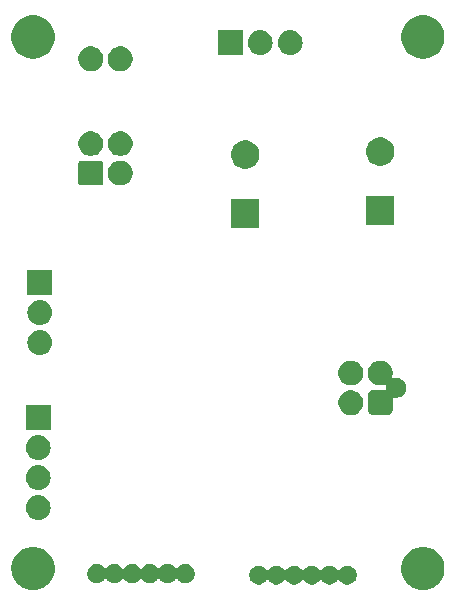
<source format=gbr>
G04 #@! TF.GenerationSoftware,KiCad,Pcbnew,(5.0.2)-1*
G04 #@! TF.CreationDate,2019-06-25T12:01:11-07:00*
G04 #@! TF.ProjectId,powerControl,706f7765-7243-46f6-9e74-726f6c2e6b69,rev?*
G04 #@! TF.SameCoordinates,Original*
G04 #@! TF.FileFunction,Soldermask,Bot*
G04 #@! TF.FilePolarity,Negative*
%FSLAX46Y46*%
G04 Gerber Fmt 4.6, Leading zero omitted, Abs format (unit mm)*
G04 Created by KiCad (PCBNEW (5.0.2)-1) date 6/25/2019 12:01:11 PM*
%MOMM*%
%LPD*%
G01*
G04 APERTURE LIST*
%ADD10C,0.100000*%
G04 APERTURE END LIST*
D10*
G36*
X108268327Y-81187521D02*
X108533791Y-81240325D01*
X108866830Y-81378275D01*
X109166557Y-81578546D01*
X109421454Y-81833443D01*
X109621725Y-82133170D01*
X109759675Y-82466209D01*
X109800160Y-82669743D01*
X109830000Y-82819759D01*
X109830000Y-83180241D01*
X109824946Y-83205648D01*
X109759675Y-83533791D01*
X109621725Y-83866830D01*
X109421454Y-84166557D01*
X109166557Y-84421454D01*
X108866830Y-84621725D01*
X108533791Y-84759675D01*
X108268327Y-84812479D01*
X108180241Y-84830000D01*
X107819759Y-84830000D01*
X107731673Y-84812479D01*
X107466209Y-84759675D01*
X107133170Y-84621725D01*
X106833443Y-84421454D01*
X106578546Y-84166557D01*
X106378275Y-83866830D01*
X106240325Y-83533791D01*
X106175054Y-83205648D01*
X106170000Y-83180241D01*
X106170000Y-82819759D01*
X106199840Y-82669743D01*
X106240325Y-82466209D01*
X106378275Y-82133170D01*
X106578546Y-81833443D01*
X106833443Y-81578546D01*
X107133170Y-81378275D01*
X107466209Y-81240325D01*
X107731673Y-81187521D01*
X107819759Y-81170000D01*
X108180241Y-81170000D01*
X108268327Y-81187521D01*
X108268327Y-81187521D01*
G37*
G36*
X75268327Y-81187521D02*
X75533791Y-81240325D01*
X75866830Y-81378275D01*
X76166557Y-81578546D01*
X76421454Y-81833443D01*
X76621725Y-82133170D01*
X76759675Y-82466209D01*
X76800160Y-82669743D01*
X76830000Y-82819759D01*
X76830000Y-83180241D01*
X76824946Y-83205648D01*
X76759675Y-83533791D01*
X76621725Y-83866830D01*
X76421454Y-84166557D01*
X76166557Y-84421454D01*
X75866830Y-84621725D01*
X75533791Y-84759675D01*
X75268327Y-84812479D01*
X75180241Y-84830000D01*
X74819759Y-84830000D01*
X74731673Y-84812479D01*
X74466209Y-84759675D01*
X74133170Y-84621725D01*
X73833443Y-84421454D01*
X73578546Y-84166557D01*
X73378275Y-83866830D01*
X73240325Y-83533791D01*
X73175054Y-83205648D01*
X73170000Y-83180241D01*
X73170000Y-82819759D01*
X73199840Y-82669743D01*
X73240325Y-82466209D01*
X73378275Y-82133170D01*
X73578546Y-81833443D01*
X73833443Y-81578546D01*
X74133170Y-81378275D01*
X74466209Y-81240325D01*
X74731673Y-81187521D01*
X74819759Y-81170000D01*
X75180241Y-81170000D01*
X75268327Y-81187521D01*
X75268327Y-81187521D01*
G37*
G36*
X94333352Y-82796743D02*
X94478941Y-82857048D01*
X94609973Y-82944601D01*
X94721401Y-83056029D01*
X94746067Y-83092944D01*
X94761612Y-83111886D01*
X94780554Y-83127431D01*
X94802165Y-83138982D01*
X94825614Y-83146095D01*
X94850001Y-83148497D01*
X94874387Y-83146095D01*
X94897836Y-83138982D01*
X94919447Y-83127430D01*
X94938389Y-83111885D01*
X94953933Y-83092944D01*
X94978599Y-83056029D01*
X95090027Y-82944601D01*
X95221059Y-82857048D01*
X95366648Y-82796743D01*
X95521205Y-82766000D01*
X95678795Y-82766000D01*
X95833352Y-82796743D01*
X95978941Y-82857048D01*
X96109973Y-82944601D01*
X96221401Y-83056029D01*
X96246067Y-83092944D01*
X96261612Y-83111886D01*
X96280554Y-83127431D01*
X96302165Y-83138982D01*
X96325614Y-83146095D01*
X96350001Y-83148497D01*
X96374387Y-83146095D01*
X96397836Y-83138982D01*
X96419447Y-83127430D01*
X96438389Y-83111885D01*
X96453933Y-83092944D01*
X96478599Y-83056029D01*
X96590027Y-82944601D01*
X96721059Y-82857048D01*
X96866648Y-82796743D01*
X97021205Y-82766000D01*
X97178795Y-82766000D01*
X97333352Y-82796743D01*
X97478941Y-82857048D01*
X97609973Y-82944601D01*
X97721401Y-83056029D01*
X97746067Y-83092944D01*
X97761612Y-83111886D01*
X97780554Y-83127431D01*
X97802165Y-83138982D01*
X97825614Y-83146095D01*
X97850001Y-83148497D01*
X97874387Y-83146095D01*
X97897836Y-83138982D01*
X97919447Y-83127430D01*
X97938389Y-83111885D01*
X97953933Y-83092944D01*
X97978599Y-83056029D01*
X98090027Y-82944601D01*
X98221059Y-82857048D01*
X98366648Y-82796743D01*
X98521205Y-82766000D01*
X98678795Y-82766000D01*
X98833352Y-82796743D01*
X98978941Y-82857048D01*
X99109973Y-82944601D01*
X99221401Y-83056029D01*
X99246067Y-83092944D01*
X99261612Y-83111886D01*
X99280554Y-83127431D01*
X99302165Y-83138982D01*
X99325614Y-83146095D01*
X99350001Y-83148497D01*
X99374387Y-83146095D01*
X99397836Y-83138982D01*
X99419447Y-83127430D01*
X99438389Y-83111885D01*
X99453933Y-83092944D01*
X99478599Y-83056029D01*
X99590027Y-82944601D01*
X99721059Y-82857048D01*
X99866648Y-82796743D01*
X100021205Y-82766000D01*
X100178795Y-82766000D01*
X100333352Y-82796743D01*
X100478941Y-82857048D01*
X100609973Y-82944601D01*
X100721401Y-83056029D01*
X100746067Y-83092944D01*
X100761612Y-83111886D01*
X100780554Y-83127431D01*
X100802165Y-83138982D01*
X100825614Y-83146095D01*
X100850001Y-83148497D01*
X100874387Y-83146095D01*
X100897836Y-83138982D01*
X100919447Y-83127430D01*
X100938389Y-83111885D01*
X100953933Y-83092944D01*
X100978599Y-83056029D01*
X101090027Y-82944601D01*
X101221059Y-82857048D01*
X101366648Y-82796743D01*
X101521205Y-82766000D01*
X101678795Y-82766000D01*
X101833352Y-82796743D01*
X101978941Y-82857048D01*
X102109973Y-82944601D01*
X102221399Y-83056027D01*
X102308952Y-83187059D01*
X102369257Y-83332648D01*
X102400000Y-83487205D01*
X102400000Y-83644795D01*
X102369257Y-83799352D01*
X102308952Y-83944941D01*
X102221399Y-84075973D01*
X102109973Y-84187399D01*
X101978941Y-84274952D01*
X101833352Y-84335257D01*
X101678795Y-84366000D01*
X101521205Y-84366000D01*
X101366648Y-84335257D01*
X101221059Y-84274952D01*
X101090027Y-84187399D01*
X100978599Y-84075971D01*
X100953933Y-84039056D01*
X100938388Y-84020114D01*
X100919446Y-84004569D01*
X100897835Y-83993018D01*
X100874386Y-83985905D01*
X100849999Y-83983503D01*
X100825613Y-83985905D01*
X100802164Y-83993018D01*
X100780553Y-84004570D01*
X100761611Y-84020115D01*
X100746067Y-84039056D01*
X100721401Y-84075971D01*
X100609973Y-84187399D01*
X100478941Y-84274952D01*
X100333352Y-84335257D01*
X100178795Y-84366000D01*
X100021205Y-84366000D01*
X99866648Y-84335257D01*
X99721059Y-84274952D01*
X99590027Y-84187399D01*
X99478599Y-84075971D01*
X99453933Y-84039056D01*
X99438388Y-84020114D01*
X99419446Y-84004569D01*
X99397835Y-83993018D01*
X99374386Y-83985905D01*
X99349999Y-83983503D01*
X99325613Y-83985905D01*
X99302164Y-83993018D01*
X99280553Y-84004570D01*
X99261611Y-84020115D01*
X99246067Y-84039056D01*
X99221401Y-84075971D01*
X99109973Y-84187399D01*
X98978941Y-84274952D01*
X98833352Y-84335257D01*
X98678795Y-84366000D01*
X98521205Y-84366000D01*
X98366648Y-84335257D01*
X98221059Y-84274952D01*
X98090027Y-84187399D01*
X97978599Y-84075971D01*
X97953933Y-84039056D01*
X97938388Y-84020114D01*
X97919446Y-84004569D01*
X97897835Y-83993018D01*
X97874386Y-83985905D01*
X97849999Y-83983503D01*
X97825613Y-83985905D01*
X97802164Y-83993018D01*
X97780553Y-84004570D01*
X97761611Y-84020115D01*
X97746067Y-84039056D01*
X97721401Y-84075971D01*
X97609973Y-84187399D01*
X97478941Y-84274952D01*
X97333352Y-84335257D01*
X97178795Y-84366000D01*
X97021205Y-84366000D01*
X96866648Y-84335257D01*
X96721059Y-84274952D01*
X96590027Y-84187399D01*
X96478599Y-84075971D01*
X96453933Y-84039056D01*
X96438388Y-84020114D01*
X96419446Y-84004569D01*
X96397835Y-83993018D01*
X96374386Y-83985905D01*
X96349999Y-83983503D01*
X96325613Y-83985905D01*
X96302164Y-83993018D01*
X96280553Y-84004570D01*
X96261611Y-84020115D01*
X96246067Y-84039056D01*
X96221401Y-84075971D01*
X96109973Y-84187399D01*
X95978941Y-84274952D01*
X95833352Y-84335257D01*
X95678795Y-84366000D01*
X95521205Y-84366000D01*
X95366648Y-84335257D01*
X95221059Y-84274952D01*
X95090027Y-84187399D01*
X94978599Y-84075971D01*
X94953933Y-84039056D01*
X94938388Y-84020114D01*
X94919446Y-84004569D01*
X94897835Y-83993018D01*
X94874386Y-83985905D01*
X94849999Y-83983503D01*
X94825613Y-83985905D01*
X94802164Y-83993018D01*
X94780553Y-84004570D01*
X94761611Y-84020115D01*
X94746067Y-84039056D01*
X94721401Y-84075971D01*
X94609973Y-84187399D01*
X94478941Y-84274952D01*
X94333352Y-84335257D01*
X94178795Y-84366000D01*
X94021205Y-84366000D01*
X93866648Y-84335257D01*
X93721059Y-84274952D01*
X93590027Y-84187399D01*
X93478601Y-84075973D01*
X93391048Y-83944941D01*
X93330743Y-83799352D01*
X93300000Y-83644795D01*
X93300000Y-83487205D01*
X93330743Y-83332648D01*
X93391048Y-83187059D01*
X93478601Y-83056027D01*
X93590027Y-82944601D01*
X93721059Y-82857048D01*
X93866648Y-82796743D01*
X94021205Y-82766000D01*
X94178795Y-82766000D01*
X94333352Y-82796743D01*
X94333352Y-82796743D01*
G37*
G36*
X80617352Y-82669743D02*
X80762941Y-82730048D01*
X80893973Y-82817601D01*
X81005401Y-82929029D01*
X81030067Y-82965944D01*
X81045612Y-82984886D01*
X81064554Y-83000431D01*
X81086165Y-83011982D01*
X81109614Y-83019095D01*
X81134001Y-83021497D01*
X81158387Y-83019095D01*
X81181836Y-83011982D01*
X81203447Y-83000430D01*
X81222389Y-82984885D01*
X81237933Y-82965944D01*
X81262599Y-82929029D01*
X81374027Y-82817601D01*
X81505059Y-82730048D01*
X81650648Y-82669743D01*
X81805205Y-82639000D01*
X81962795Y-82639000D01*
X82117352Y-82669743D01*
X82262941Y-82730048D01*
X82393973Y-82817601D01*
X82505401Y-82929029D01*
X82530067Y-82965944D01*
X82545612Y-82984886D01*
X82564554Y-83000431D01*
X82586165Y-83011982D01*
X82609614Y-83019095D01*
X82634001Y-83021497D01*
X82658387Y-83019095D01*
X82681836Y-83011982D01*
X82703447Y-83000430D01*
X82722389Y-82984885D01*
X82737933Y-82965944D01*
X82762599Y-82929029D01*
X82874027Y-82817601D01*
X83005059Y-82730048D01*
X83150648Y-82669743D01*
X83305205Y-82639000D01*
X83462795Y-82639000D01*
X83617352Y-82669743D01*
X83762941Y-82730048D01*
X83893973Y-82817601D01*
X84005401Y-82929029D01*
X84030067Y-82965944D01*
X84045612Y-82984886D01*
X84064554Y-83000431D01*
X84086165Y-83011982D01*
X84109614Y-83019095D01*
X84134001Y-83021497D01*
X84158387Y-83019095D01*
X84181836Y-83011982D01*
X84203447Y-83000430D01*
X84222389Y-82984885D01*
X84237933Y-82965944D01*
X84262599Y-82929029D01*
X84374027Y-82817601D01*
X84505059Y-82730048D01*
X84650648Y-82669743D01*
X84805205Y-82639000D01*
X84962795Y-82639000D01*
X85117352Y-82669743D01*
X85262941Y-82730048D01*
X85393973Y-82817601D01*
X85505401Y-82929029D01*
X85530067Y-82965944D01*
X85545612Y-82984886D01*
X85564554Y-83000431D01*
X85586165Y-83011982D01*
X85609614Y-83019095D01*
X85634001Y-83021497D01*
X85658387Y-83019095D01*
X85681836Y-83011982D01*
X85703447Y-83000430D01*
X85722389Y-82984885D01*
X85737933Y-82965944D01*
X85762599Y-82929029D01*
X85874027Y-82817601D01*
X86005059Y-82730048D01*
X86150648Y-82669743D01*
X86305205Y-82639000D01*
X86462795Y-82639000D01*
X86617352Y-82669743D01*
X86762941Y-82730048D01*
X86893973Y-82817601D01*
X87005401Y-82929029D01*
X87030067Y-82965944D01*
X87045612Y-82984886D01*
X87064554Y-83000431D01*
X87086165Y-83011982D01*
X87109614Y-83019095D01*
X87134001Y-83021497D01*
X87158387Y-83019095D01*
X87181836Y-83011982D01*
X87203447Y-83000430D01*
X87222389Y-82984885D01*
X87237933Y-82965944D01*
X87262599Y-82929029D01*
X87374027Y-82817601D01*
X87505059Y-82730048D01*
X87650648Y-82669743D01*
X87805205Y-82639000D01*
X87962795Y-82639000D01*
X88117352Y-82669743D01*
X88262941Y-82730048D01*
X88393973Y-82817601D01*
X88505399Y-82929027D01*
X88592952Y-83060059D01*
X88653257Y-83205648D01*
X88684000Y-83360205D01*
X88684000Y-83517795D01*
X88653257Y-83672352D01*
X88592952Y-83817941D01*
X88505399Y-83948973D01*
X88393973Y-84060399D01*
X88262941Y-84147952D01*
X88117352Y-84208257D01*
X87962795Y-84239000D01*
X87805205Y-84239000D01*
X87650648Y-84208257D01*
X87505059Y-84147952D01*
X87374027Y-84060399D01*
X87262599Y-83948971D01*
X87237933Y-83912056D01*
X87222388Y-83893114D01*
X87203446Y-83877569D01*
X87181835Y-83866018D01*
X87158386Y-83858905D01*
X87133999Y-83856503D01*
X87109613Y-83858905D01*
X87086164Y-83866018D01*
X87064553Y-83877570D01*
X87045611Y-83893115D01*
X87030067Y-83912056D01*
X87005401Y-83948971D01*
X86893973Y-84060399D01*
X86762941Y-84147952D01*
X86617352Y-84208257D01*
X86462795Y-84239000D01*
X86305205Y-84239000D01*
X86150648Y-84208257D01*
X86005059Y-84147952D01*
X85874027Y-84060399D01*
X85762599Y-83948971D01*
X85737933Y-83912056D01*
X85722388Y-83893114D01*
X85703446Y-83877569D01*
X85681835Y-83866018D01*
X85658386Y-83858905D01*
X85633999Y-83856503D01*
X85609613Y-83858905D01*
X85586164Y-83866018D01*
X85564553Y-83877570D01*
X85545611Y-83893115D01*
X85530067Y-83912056D01*
X85505401Y-83948971D01*
X85393973Y-84060399D01*
X85262941Y-84147952D01*
X85117352Y-84208257D01*
X84962795Y-84239000D01*
X84805205Y-84239000D01*
X84650648Y-84208257D01*
X84505059Y-84147952D01*
X84374027Y-84060399D01*
X84262599Y-83948971D01*
X84237933Y-83912056D01*
X84222388Y-83893114D01*
X84203446Y-83877569D01*
X84181835Y-83866018D01*
X84158386Y-83858905D01*
X84133999Y-83856503D01*
X84109613Y-83858905D01*
X84086164Y-83866018D01*
X84064553Y-83877570D01*
X84045611Y-83893115D01*
X84030067Y-83912056D01*
X84005401Y-83948971D01*
X83893973Y-84060399D01*
X83762941Y-84147952D01*
X83617352Y-84208257D01*
X83462795Y-84239000D01*
X83305205Y-84239000D01*
X83150648Y-84208257D01*
X83005059Y-84147952D01*
X82874027Y-84060399D01*
X82762599Y-83948971D01*
X82737933Y-83912056D01*
X82722388Y-83893114D01*
X82703446Y-83877569D01*
X82681835Y-83866018D01*
X82658386Y-83858905D01*
X82633999Y-83856503D01*
X82609613Y-83858905D01*
X82586164Y-83866018D01*
X82564553Y-83877570D01*
X82545611Y-83893115D01*
X82530067Y-83912056D01*
X82505401Y-83948971D01*
X82393973Y-84060399D01*
X82262941Y-84147952D01*
X82117352Y-84208257D01*
X81962795Y-84239000D01*
X81805205Y-84239000D01*
X81650648Y-84208257D01*
X81505059Y-84147952D01*
X81374027Y-84060399D01*
X81262599Y-83948971D01*
X81237933Y-83912056D01*
X81222388Y-83893114D01*
X81203446Y-83877569D01*
X81181835Y-83866018D01*
X81158386Y-83858905D01*
X81133999Y-83856503D01*
X81109613Y-83858905D01*
X81086164Y-83866018D01*
X81064553Y-83877570D01*
X81045611Y-83893115D01*
X81030067Y-83912056D01*
X81005401Y-83948971D01*
X80893973Y-84060399D01*
X80762941Y-84147952D01*
X80617352Y-84208257D01*
X80462795Y-84239000D01*
X80305205Y-84239000D01*
X80150648Y-84208257D01*
X80005059Y-84147952D01*
X79874027Y-84060399D01*
X79762601Y-83948973D01*
X79675048Y-83817941D01*
X79614743Y-83672352D01*
X79584000Y-83517795D01*
X79584000Y-83360205D01*
X79614743Y-83205648D01*
X79675048Y-83060059D01*
X79762601Y-82929027D01*
X79874027Y-82817601D01*
X80005059Y-82730048D01*
X80150648Y-82669743D01*
X80305205Y-82639000D01*
X80462795Y-82639000D01*
X80617352Y-82669743D01*
X80617352Y-82669743D01*
G37*
G36*
X75566707Y-76808597D02*
X75643836Y-76816193D01*
X75775787Y-76856220D01*
X75841763Y-76876233D01*
X76024172Y-76973733D01*
X76184054Y-77104946D01*
X76315267Y-77264828D01*
X76412767Y-77447237D01*
X76412767Y-77447238D01*
X76472807Y-77645164D01*
X76493080Y-77851000D01*
X76472807Y-78056836D01*
X76432780Y-78188787D01*
X76412767Y-78254763D01*
X76315267Y-78437172D01*
X76184054Y-78597054D01*
X76024172Y-78728267D01*
X75841763Y-78825767D01*
X75775787Y-78845780D01*
X75643836Y-78885807D01*
X75566707Y-78893404D01*
X75489580Y-78901000D01*
X75386420Y-78901000D01*
X75309293Y-78893404D01*
X75232164Y-78885807D01*
X75100213Y-78845780D01*
X75034237Y-78825767D01*
X74851828Y-78728267D01*
X74691946Y-78597054D01*
X74560733Y-78437172D01*
X74463233Y-78254763D01*
X74443220Y-78188787D01*
X74403193Y-78056836D01*
X74382920Y-77851000D01*
X74403193Y-77645164D01*
X74463233Y-77447238D01*
X74463233Y-77447237D01*
X74560733Y-77264828D01*
X74691946Y-77104946D01*
X74851828Y-76973733D01*
X75034237Y-76876233D01*
X75100213Y-76856220D01*
X75232164Y-76816193D01*
X75309293Y-76808597D01*
X75386420Y-76801000D01*
X75489580Y-76801000D01*
X75566707Y-76808597D01*
X75566707Y-76808597D01*
G37*
G36*
X75566707Y-74268597D02*
X75643836Y-74276193D01*
X75775787Y-74316220D01*
X75841763Y-74336233D01*
X76024172Y-74433733D01*
X76184054Y-74564946D01*
X76315267Y-74724828D01*
X76412767Y-74907237D01*
X76412767Y-74907238D01*
X76472807Y-75105164D01*
X76493080Y-75311000D01*
X76472807Y-75516836D01*
X76432780Y-75648787D01*
X76412767Y-75714763D01*
X76315267Y-75897172D01*
X76184054Y-76057054D01*
X76024172Y-76188267D01*
X75841763Y-76285767D01*
X75775787Y-76305780D01*
X75643836Y-76345807D01*
X75566707Y-76353404D01*
X75489580Y-76361000D01*
X75386420Y-76361000D01*
X75309293Y-76353404D01*
X75232164Y-76345807D01*
X75100213Y-76305780D01*
X75034237Y-76285767D01*
X74851828Y-76188267D01*
X74691946Y-76057054D01*
X74560733Y-75897172D01*
X74463233Y-75714763D01*
X74443220Y-75648787D01*
X74403193Y-75516836D01*
X74382920Y-75311000D01*
X74403193Y-75105164D01*
X74463233Y-74907238D01*
X74463233Y-74907237D01*
X74560733Y-74724828D01*
X74691946Y-74564946D01*
X74851828Y-74433733D01*
X75034237Y-74336233D01*
X75100213Y-74316220D01*
X75232164Y-74276193D01*
X75309293Y-74268597D01*
X75386420Y-74261000D01*
X75489580Y-74261000D01*
X75566707Y-74268597D01*
X75566707Y-74268597D01*
G37*
G36*
X75566707Y-71728596D02*
X75643836Y-71736193D01*
X75775787Y-71776220D01*
X75841763Y-71796233D01*
X76024172Y-71893733D01*
X76184054Y-72024946D01*
X76315267Y-72184828D01*
X76412767Y-72367237D01*
X76412767Y-72367238D01*
X76472807Y-72565164D01*
X76493080Y-72771000D01*
X76472807Y-72976836D01*
X76432780Y-73108787D01*
X76412767Y-73174763D01*
X76315267Y-73357172D01*
X76184054Y-73517054D01*
X76024172Y-73648267D01*
X75841763Y-73745767D01*
X75775787Y-73765780D01*
X75643836Y-73805807D01*
X75566707Y-73813404D01*
X75489580Y-73821000D01*
X75386420Y-73821000D01*
X75309293Y-73813404D01*
X75232164Y-73805807D01*
X75100213Y-73765780D01*
X75034237Y-73745767D01*
X74851828Y-73648267D01*
X74691946Y-73517054D01*
X74560733Y-73357172D01*
X74463233Y-73174763D01*
X74443220Y-73108787D01*
X74403193Y-72976836D01*
X74382920Y-72771000D01*
X74403193Y-72565164D01*
X74463233Y-72367238D01*
X74463233Y-72367237D01*
X74560733Y-72184828D01*
X74691946Y-72024946D01*
X74851828Y-71893733D01*
X75034237Y-71796233D01*
X75100213Y-71776220D01*
X75232164Y-71736193D01*
X75309293Y-71728596D01*
X75386420Y-71721000D01*
X75489580Y-71721000D01*
X75566707Y-71728596D01*
X75566707Y-71728596D01*
G37*
G36*
X76488000Y-71281000D02*
X74388000Y-71281000D01*
X74388000Y-69181000D01*
X76488000Y-69181000D01*
X76488000Y-71281000D01*
X76488000Y-71281000D01*
G37*
G36*
X104519888Y-65415470D02*
X104700274Y-65451350D01*
X104891362Y-65530502D01*
X105063336Y-65645411D01*
X105209589Y-65791664D01*
X105324498Y-65963638D01*
X105403650Y-66154726D01*
X105444000Y-66357584D01*
X105444000Y-66564416D01*
X105410573Y-66732469D01*
X105408172Y-66756845D01*
X105410574Y-66781231D01*
X105417687Y-66804680D01*
X105429238Y-66826291D01*
X105444784Y-66845233D01*
X105463726Y-66860779D01*
X105485336Y-66872330D01*
X105508786Y-66879443D01*
X105533172Y-66881845D01*
X105557557Y-66879443D01*
X105650280Y-66861000D01*
X105817719Y-66861000D01*
X105981934Y-66893664D01*
X106136627Y-66957740D01*
X106275847Y-67050764D01*
X106394236Y-67169153D01*
X106487260Y-67308373D01*
X106551336Y-67463066D01*
X106584000Y-67627281D01*
X106584000Y-67794719D01*
X106551336Y-67958934D01*
X106487260Y-68113627D01*
X106394236Y-68252847D01*
X106275847Y-68371236D01*
X106136627Y-68464260D01*
X105981934Y-68528336D01*
X105817719Y-68561000D01*
X105650281Y-68561000D01*
X105586741Y-68548361D01*
X105562355Y-68545959D01*
X105537969Y-68548361D01*
X105514520Y-68555474D01*
X105492909Y-68567025D01*
X105473967Y-68582571D01*
X105458421Y-68601513D01*
X105446870Y-68623124D01*
X105439757Y-68646573D01*
X105437355Y-68670959D01*
X105439757Y-68695344D01*
X105440399Y-68698574D01*
X105444302Y-68738194D01*
X105445573Y-68764062D01*
X105445573Y-69557938D01*
X105444302Y-69583806D01*
X105440399Y-69623426D01*
X105430309Y-69674155D01*
X105419647Y-69709306D01*
X105399845Y-69757111D01*
X105382532Y-69789501D01*
X105353791Y-69832514D01*
X105330490Y-69860907D01*
X105293907Y-69897490D01*
X105265514Y-69920791D01*
X105222501Y-69949532D01*
X105190111Y-69966845D01*
X105142306Y-69986647D01*
X105107155Y-69997309D01*
X105056426Y-70007399D01*
X105016806Y-70011302D01*
X104990938Y-70012573D01*
X103797062Y-70012573D01*
X103771194Y-70011302D01*
X103731574Y-70007399D01*
X103680845Y-69997309D01*
X103645694Y-69986647D01*
X103597889Y-69966845D01*
X103565499Y-69949532D01*
X103522486Y-69920791D01*
X103494093Y-69897490D01*
X103457510Y-69860907D01*
X103434209Y-69832514D01*
X103405468Y-69789501D01*
X103388155Y-69757111D01*
X103368353Y-69709306D01*
X103357691Y-69674155D01*
X103347601Y-69623426D01*
X103343698Y-69583806D01*
X103342427Y-69557938D01*
X103342427Y-68364062D01*
X103343698Y-68338194D01*
X103347601Y-68298574D01*
X103357691Y-68247845D01*
X103368353Y-68212694D01*
X103388155Y-68164889D01*
X103405468Y-68132499D01*
X103434209Y-68089486D01*
X103457510Y-68061093D01*
X103494093Y-68024510D01*
X103522486Y-68001209D01*
X103565499Y-67972468D01*
X103597889Y-67955155D01*
X103645694Y-67935353D01*
X103680845Y-67924691D01*
X103731574Y-67914601D01*
X103771194Y-67910698D01*
X103797062Y-67909427D01*
X104590938Y-67909427D01*
X104616806Y-67910698D01*
X104656426Y-67914601D01*
X104707155Y-67924691D01*
X104723300Y-67929588D01*
X104747334Y-67934368D01*
X104771838Y-67934368D01*
X104795871Y-67929587D01*
X104818510Y-67920210D01*
X104838885Y-67906596D01*
X104856212Y-67889268D01*
X104869826Y-67868894D01*
X104879203Y-67846255D01*
X104883983Y-67822221D01*
X104883237Y-67807029D01*
X104884000Y-67807029D01*
X104884000Y-67627281D01*
X104888827Y-67603014D01*
X104891229Y-67578628D01*
X104888827Y-67554241D01*
X104881714Y-67530792D01*
X104870163Y-67509182D01*
X104854617Y-67490239D01*
X104835675Y-67474694D01*
X104814064Y-67463143D01*
X104790615Y-67456030D01*
X104766229Y-67453628D01*
X104741842Y-67456030D01*
X104718409Y-67463138D01*
X104700274Y-67470650D01*
X104519888Y-67506530D01*
X104497417Y-67511000D01*
X104290583Y-67511000D01*
X104268112Y-67506530D01*
X104087726Y-67470650D01*
X103896638Y-67391498D01*
X103724664Y-67276589D01*
X103578411Y-67130336D01*
X103463502Y-66958362D01*
X103384350Y-66767274D01*
X103344000Y-66564416D01*
X103344000Y-66357584D01*
X103384350Y-66154726D01*
X103463502Y-65963638D01*
X103578411Y-65791664D01*
X103724664Y-65645411D01*
X103896638Y-65530502D01*
X104087726Y-65451350D01*
X104268112Y-65415470D01*
X104290583Y-65411000D01*
X104497417Y-65411000D01*
X104519888Y-65415470D01*
X104519888Y-65415470D01*
G37*
G36*
X102015520Y-67914601D02*
X102200274Y-67951350D01*
X102391362Y-68030502D01*
X102563336Y-68145411D01*
X102709589Y-68291664D01*
X102824498Y-68463638D01*
X102903650Y-68654726D01*
X102944000Y-68857584D01*
X102944000Y-69064416D01*
X102903650Y-69267274D01*
X102824498Y-69458362D01*
X102709589Y-69630336D01*
X102563336Y-69776589D01*
X102391362Y-69891498D01*
X102200274Y-69970650D01*
X102021568Y-70006196D01*
X101997417Y-70011000D01*
X101790583Y-70011000D01*
X101766432Y-70006196D01*
X101587726Y-69970650D01*
X101396638Y-69891498D01*
X101224664Y-69776589D01*
X101078411Y-69630336D01*
X100963502Y-69458362D01*
X100884350Y-69267274D01*
X100844000Y-69064416D01*
X100844000Y-68857584D01*
X100884350Y-68654726D01*
X100963502Y-68463638D01*
X101078411Y-68291664D01*
X101224664Y-68145411D01*
X101396638Y-68030502D01*
X101587726Y-67951350D01*
X101772480Y-67914601D01*
X101790583Y-67911000D01*
X101997417Y-67911000D01*
X102015520Y-67914601D01*
X102015520Y-67914601D01*
G37*
G36*
X102019888Y-65415470D02*
X102200274Y-65451350D01*
X102391362Y-65530502D01*
X102563336Y-65645411D01*
X102709589Y-65791664D01*
X102824498Y-65963638D01*
X102903650Y-66154726D01*
X102944000Y-66357584D01*
X102944000Y-66564416D01*
X102903650Y-66767274D01*
X102824498Y-66958362D01*
X102709589Y-67130336D01*
X102563336Y-67276589D01*
X102391362Y-67391498D01*
X102200274Y-67470650D01*
X102019888Y-67506530D01*
X101997417Y-67511000D01*
X101790583Y-67511000D01*
X101768112Y-67506530D01*
X101587726Y-67470650D01*
X101396638Y-67391498D01*
X101224664Y-67276589D01*
X101078411Y-67130336D01*
X100963502Y-66958362D01*
X100884350Y-66767274D01*
X100844000Y-66564416D01*
X100844000Y-66357584D01*
X100884350Y-66154726D01*
X100963502Y-65963638D01*
X101078411Y-65791664D01*
X101224664Y-65645411D01*
X101396638Y-65530502D01*
X101587726Y-65451350D01*
X101768112Y-65415470D01*
X101790583Y-65411000D01*
X101997417Y-65411000D01*
X102019888Y-65415470D01*
X102019888Y-65415470D01*
G37*
G36*
X75693707Y-62838596D02*
X75770836Y-62846193D01*
X75902787Y-62886220D01*
X75968763Y-62906233D01*
X76151172Y-63003733D01*
X76311054Y-63134946D01*
X76442267Y-63294828D01*
X76539767Y-63477237D01*
X76539767Y-63477238D01*
X76599807Y-63675164D01*
X76620080Y-63881000D01*
X76599807Y-64086836D01*
X76559780Y-64218787D01*
X76539767Y-64284763D01*
X76442267Y-64467172D01*
X76311054Y-64627054D01*
X76151172Y-64758267D01*
X75968763Y-64855767D01*
X75902787Y-64875780D01*
X75770836Y-64915807D01*
X75693707Y-64923403D01*
X75616580Y-64931000D01*
X75513420Y-64931000D01*
X75436293Y-64923403D01*
X75359164Y-64915807D01*
X75227213Y-64875780D01*
X75161237Y-64855767D01*
X74978828Y-64758267D01*
X74818946Y-64627054D01*
X74687733Y-64467172D01*
X74590233Y-64284763D01*
X74570220Y-64218787D01*
X74530193Y-64086836D01*
X74509920Y-63881000D01*
X74530193Y-63675164D01*
X74590233Y-63477238D01*
X74590233Y-63477237D01*
X74687733Y-63294828D01*
X74818946Y-63134946D01*
X74978828Y-63003733D01*
X75161237Y-62906233D01*
X75227213Y-62886220D01*
X75359164Y-62846193D01*
X75436293Y-62838596D01*
X75513420Y-62831000D01*
X75616580Y-62831000D01*
X75693707Y-62838596D01*
X75693707Y-62838596D01*
G37*
G36*
X75693707Y-60298596D02*
X75770836Y-60306193D01*
X75902787Y-60346220D01*
X75968763Y-60366233D01*
X76151172Y-60463733D01*
X76311054Y-60594946D01*
X76442267Y-60754828D01*
X76539767Y-60937237D01*
X76539767Y-60937238D01*
X76599807Y-61135164D01*
X76620080Y-61341000D01*
X76599807Y-61546836D01*
X76559780Y-61678787D01*
X76539767Y-61744763D01*
X76442267Y-61927172D01*
X76311054Y-62087054D01*
X76151172Y-62218267D01*
X75968763Y-62315767D01*
X75902787Y-62335780D01*
X75770836Y-62375807D01*
X75693707Y-62383403D01*
X75616580Y-62391000D01*
X75513420Y-62391000D01*
X75436293Y-62383403D01*
X75359164Y-62375807D01*
X75227213Y-62335780D01*
X75161237Y-62315767D01*
X74978828Y-62218267D01*
X74818946Y-62087054D01*
X74687733Y-61927172D01*
X74590233Y-61744763D01*
X74570220Y-61678787D01*
X74530193Y-61546836D01*
X74509920Y-61341000D01*
X74530193Y-61135164D01*
X74590233Y-60937238D01*
X74590233Y-60937237D01*
X74687733Y-60754828D01*
X74818946Y-60594946D01*
X74978828Y-60463733D01*
X75161237Y-60366233D01*
X75227213Y-60346220D01*
X75359164Y-60306193D01*
X75436293Y-60298596D01*
X75513420Y-60291000D01*
X75616580Y-60291000D01*
X75693707Y-60298596D01*
X75693707Y-60298596D01*
G37*
G36*
X76615000Y-59851000D02*
X74515000Y-59851000D01*
X74515000Y-57751000D01*
X76615000Y-57751000D01*
X76615000Y-59851000D01*
X76615000Y-59851000D01*
G37*
G36*
X94164000Y-54159000D02*
X91764000Y-54159000D01*
X91764000Y-51759000D01*
X94164000Y-51759000D01*
X94164000Y-54159000D01*
X94164000Y-54159000D01*
G37*
G36*
X105594000Y-53905000D02*
X103194000Y-53905000D01*
X103194000Y-51505000D01*
X105594000Y-51505000D01*
X105594000Y-53905000D01*
X105594000Y-53905000D01*
G37*
G36*
X80755325Y-48484831D02*
X80796598Y-48497351D01*
X80834629Y-48517679D01*
X80867964Y-48545036D01*
X80895321Y-48578371D01*
X80915649Y-48616402D01*
X80928169Y-48657675D01*
X80933000Y-48706726D01*
X80933000Y-50353274D01*
X80928169Y-50402325D01*
X80915649Y-50443598D01*
X80895321Y-50481629D01*
X80867964Y-50514964D01*
X80834629Y-50542321D01*
X80796598Y-50562649D01*
X80755325Y-50575169D01*
X80706274Y-50580000D01*
X79059726Y-50580000D01*
X79010675Y-50575169D01*
X78969402Y-50562649D01*
X78931371Y-50542321D01*
X78898036Y-50514964D01*
X78870679Y-50481629D01*
X78850351Y-50443598D01*
X78837831Y-50402325D01*
X78833000Y-50353274D01*
X78833000Y-48706726D01*
X78837831Y-48657675D01*
X78850351Y-48616402D01*
X78870679Y-48578371D01*
X78898036Y-48545036D01*
X78931371Y-48517679D01*
X78969402Y-48497351D01*
X79010675Y-48484831D01*
X79059726Y-48480000D01*
X80706274Y-48480000D01*
X80755325Y-48484831D01*
X80755325Y-48484831D01*
G37*
G36*
X82508888Y-48484470D02*
X82689274Y-48520350D01*
X82880362Y-48599502D01*
X83052336Y-48714411D01*
X83198589Y-48860664D01*
X83313498Y-49032638D01*
X83392650Y-49223726D01*
X83433000Y-49426584D01*
X83433000Y-49633416D01*
X83392650Y-49836274D01*
X83313498Y-50027362D01*
X83198589Y-50199336D01*
X83052336Y-50345589D01*
X82880362Y-50460498D01*
X82689274Y-50539650D01*
X82516249Y-50574066D01*
X82486417Y-50580000D01*
X82279583Y-50580000D01*
X82249751Y-50574066D01*
X82076726Y-50539650D01*
X81885638Y-50460498D01*
X81713664Y-50345589D01*
X81567411Y-50199336D01*
X81452502Y-50027362D01*
X81373350Y-49836274D01*
X81333000Y-49633416D01*
X81333000Y-49426584D01*
X81373350Y-49223726D01*
X81452502Y-49032638D01*
X81567411Y-48860664D01*
X81713664Y-48714411D01*
X81885638Y-48599502D01*
X82076726Y-48520350D01*
X82257112Y-48484470D01*
X82279583Y-48480000D01*
X82486417Y-48480000D01*
X82508888Y-48484470D01*
X82508888Y-48484470D01*
G37*
G36*
X93314026Y-46805115D02*
X93532412Y-46895573D01*
X93728958Y-47026901D01*
X93896099Y-47194042D01*
X94027427Y-47390588D01*
X94117885Y-47608974D01*
X94164000Y-47840809D01*
X94164000Y-48077191D01*
X94117885Y-48309026D01*
X94027427Y-48527412D01*
X93896099Y-48723958D01*
X93728958Y-48891099D01*
X93532412Y-49022427D01*
X93314026Y-49112885D01*
X93082191Y-49159000D01*
X92845809Y-49159000D01*
X92613974Y-49112885D01*
X92395588Y-49022427D01*
X92199042Y-48891099D01*
X92031901Y-48723958D01*
X91900573Y-48527412D01*
X91810115Y-48309026D01*
X91764000Y-48077191D01*
X91764000Y-47840809D01*
X91810115Y-47608974D01*
X91900573Y-47390588D01*
X92031901Y-47194042D01*
X92199042Y-47026901D01*
X92395588Y-46895573D01*
X92613974Y-46805115D01*
X92845809Y-46759000D01*
X93082191Y-46759000D01*
X93314026Y-46805115D01*
X93314026Y-46805115D01*
G37*
G36*
X104744026Y-46551115D02*
X104962412Y-46641573D01*
X105158958Y-46772901D01*
X105326099Y-46940042D01*
X105457427Y-47136588D01*
X105547885Y-47354974D01*
X105594000Y-47586809D01*
X105594000Y-47823191D01*
X105547885Y-48055026D01*
X105457427Y-48273412D01*
X105326099Y-48469958D01*
X105158958Y-48637099D01*
X104962412Y-48768427D01*
X104744026Y-48858885D01*
X104512191Y-48905000D01*
X104275809Y-48905000D01*
X104043974Y-48858885D01*
X103825588Y-48768427D01*
X103629042Y-48637099D01*
X103461901Y-48469958D01*
X103330573Y-48273412D01*
X103240115Y-48055026D01*
X103194000Y-47823191D01*
X103194000Y-47586809D01*
X103240115Y-47354974D01*
X103330573Y-47136588D01*
X103461901Y-46940042D01*
X103629042Y-46772901D01*
X103825588Y-46641573D01*
X104043974Y-46551115D01*
X104275809Y-46505000D01*
X104512191Y-46505000D01*
X104744026Y-46551115D01*
X104744026Y-46551115D01*
G37*
G36*
X80008888Y-45984470D02*
X80189274Y-46020350D01*
X80380362Y-46099502D01*
X80552336Y-46214411D01*
X80698589Y-46360664D01*
X80813498Y-46532638D01*
X80892650Y-46723726D01*
X80933000Y-46926584D01*
X80933000Y-47133416D01*
X80892650Y-47336274D01*
X80813498Y-47527362D01*
X80698589Y-47699336D01*
X80552336Y-47845589D01*
X80380362Y-47960498D01*
X80189274Y-48039650D01*
X80008888Y-48075530D01*
X79986417Y-48080000D01*
X79779583Y-48080000D01*
X79757112Y-48075530D01*
X79576726Y-48039650D01*
X79385638Y-47960498D01*
X79213664Y-47845589D01*
X79067411Y-47699336D01*
X78952502Y-47527362D01*
X78873350Y-47336274D01*
X78833000Y-47133416D01*
X78833000Y-46926584D01*
X78873350Y-46723726D01*
X78952502Y-46532638D01*
X79067411Y-46360664D01*
X79213664Y-46214411D01*
X79385638Y-46099502D01*
X79576726Y-46020350D01*
X79757112Y-45984470D01*
X79779583Y-45980000D01*
X79986417Y-45980000D01*
X80008888Y-45984470D01*
X80008888Y-45984470D01*
G37*
G36*
X82508888Y-45984470D02*
X82689274Y-46020350D01*
X82880362Y-46099502D01*
X83052336Y-46214411D01*
X83198589Y-46360664D01*
X83313498Y-46532638D01*
X83392650Y-46723726D01*
X83433000Y-46926584D01*
X83433000Y-47133416D01*
X83392650Y-47336274D01*
X83313498Y-47527362D01*
X83198589Y-47699336D01*
X83052336Y-47845589D01*
X82880362Y-47960498D01*
X82689274Y-48039650D01*
X82508888Y-48075530D01*
X82486417Y-48080000D01*
X82279583Y-48080000D01*
X82257112Y-48075530D01*
X82076726Y-48039650D01*
X81885638Y-47960498D01*
X81713664Y-47845589D01*
X81567411Y-47699336D01*
X81452502Y-47527362D01*
X81373350Y-47336274D01*
X81333000Y-47133416D01*
X81333000Y-46926584D01*
X81373350Y-46723726D01*
X81452502Y-46532638D01*
X81567411Y-46360664D01*
X81713664Y-46214411D01*
X81885638Y-46099502D01*
X82076726Y-46020350D01*
X82257112Y-45984470D01*
X82279583Y-45980000D01*
X82486417Y-45980000D01*
X82508888Y-45984470D01*
X82508888Y-45984470D01*
G37*
G36*
X82508888Y-38804470D02*
X82689274Y-38840350D01*
X82880362Y-38919502D01*
X83052336Y-39034411D01*
X83198589Y-39180664D01*
X83313498Y-39352638D01*
X83392650Y-39543726D01*
X83433000Y-39746584D01*
X83433000Y-39953416D01*
X83392650Y-40156274D01*
X83313498Y-40347362D01*
X83198589Y-40519336D01*
X83052336Y-40665589D01*
X82880362Y-40780498D01*
X82689274Y-40859650D01*
X82508888Y-40895530D01*
X82486417Y-40900000D01*
X82279583Y-40900000D01*
X82257112Y-40895530D01*
X82076726Y-40859650D01*
X81885638Y-40780498D01*
X81713664Y-40665589D01*
X81567411Y-40519336D01*
X81452502Y-40347362D01*
X81373350Y-40156274D01*
X81333000Y-39953416D01*
X81333000Y-39746584D01*
X81373350Y-39543726D01*
X81452502Y-39352638D01*
X81567411Y-39180664D01*
X81713664Y-39034411D01*
X81885638Y-38919502D01*
X82076726Y-38840350D01*
X82257112Y-38804470D01*
X82279583Y-38800000D01*
X82486417Y-38800000D01*
X82508888Y-38804470D01*
X82508888Y-38804470D01*
G37*
G36*
X80008888Y-38804470D02*
X80189274Y-38840350D01*
X80380362Y-38919502D01*
X80552336Y-39034411D01*
X80698589Y-39180664D01*
X80813498Y-39352638D01*
X80892650Y-39543726D01*
X80933000Y-39746584D01*
X80933000Y-39953416D01*
X80892650Y-40156274D01*
X80813498Y-40347362D01*
X80698589Y-40519336D01*
X80552336Y-40665589D01*
X80380362Y-40780498D01*
X80189274Y-40859650D01*
X80008888Y-40895530D01*
X79986417Y-40900000D01*
X79779583Y-40900000D01*
X79757112Y-40895530D01*
X79576726Y-40859650D01*
X79385638Y-40780498D01*
X79213664Y-40665589D01*
X79067411Y-40519336D01*
X78952502Y-40347362D01*
X78873350Y-40156274D01*
X78833000Y-39953416D01*
X78833000Y-39746584D01*
X78873350Y-39543726D01*
X78952502Y-39352638D01*
X79067411Y-39180664D01*
X79213664Y-39034411D01*
X79385638Y-38919502D01*
X79576726Y-38840350D01*
X79757112Y-38804470D01*
X79779583Y-38800000D01*
X79986417Y-38800000D01*
X80008888Y-38804470D01*
X80008888Y-38804470D01*
G37*
G36*
X108268327Y-36187521D02*
X108533791Y-36240325D01*
X108866830Y-36378275D01*
X109166557Y-36578546D01*
X109421454Y-36833443D01*
X109621725Y-37133170D01*
X109759675Y-37466209D01*
X109830000Y-37819761D01*
X109830000Y-38180239D01*
X109759675Y-38533791D01*
X109621725Y-38866830D01*
X109421454Y-39166557D01*
X109166557Y-39421454D01*
X108866830Y-39621725D01*
X108533791Y-39759675D01*
X108268327Y-39812479D01*
X108180241Y-39830000D01*
X107819759Y-39830000D01*
X107731673Y-39812479D01*
X107466209Y-39759675D01*
X107133170Y-39621725D01*
X106833443Y-39421454D01*
X106578546Y-39166557D01*
X106378275Y-38866830D01*
X106240325Y-38533791D01*
X106170000Y-38180239D01*
X106170000Y-37819761D01*
X106240325Y-37466209D01*
X106378275Y-37133170D01*
X106578546Y-36833443D01*
X106833443Y-36578546D01*
X107133170Y-36378275D01*
X107466209Y-36240325D01*
X107731673Y-36187521D01*
X107819759Y-36170000D01*
X108180241Y-36170000D01*
X108268327Y-36187521D01*
X108268327Y-36187521D01*
G37*
G36*
X75268327Y-36187521D02*
X75533791Y-36240325D01*
X75866830Y-36378275D01*
X76166557Y-36578546D01*
X76421454Y-36833443D01*
X76621725Y-37133170D01*
X76759675Y-37466209D01*
X76830000Y-37819761D01*
X76830000Y-38180239D01*
X76759675Y-38533791D01*
X76621725Y-38866830D01*
X76421454Y-39166557D01*
X76166557Y-39421454D01*
X75866830Y-39621725D01*
X75533791Y-39759675D01*
X75268327Y-39812479D01*
X75180241Y-39830000D01*
X74819759Y-39830000D01*
X74731673Y-39812479D01*
X74466209Y-39759675D01*
X74133170Y-39621725D01*
X73833443Y-39421454D01*
X73578546Y-39166557D01*
X73378275Y-38866830D01*
X73240325Y-38533791D01*
X73170000Y-38180239D01*
X73170000Y-37819761D01*
X73240325Y-37466209D01*
X73378275Y-37133170D01*
X73578546Y-36833443D01*
X73833443Y-36578546D01*
X74133170Y-36378275D01*
X74466209Y-36240325D01*
X74731673Y-36187521D01*
X74819759Y-36170000D01*
X75180241Y-36170000D01*
X75268327Y-36187521D01*
X75268327Y-36187521D01*
G37*
G36*
X92744000Y-39531000D02*
X90644000Y-39531000D01*
X90644000Y-37431000D01*
X92744000Y-37431000D01*
X92744000Y-39531000D01*
X92744000Y-39531000D01*
G37*
G36*
X94362707Y-37438596D02*
X94439836Y-37446193D01*
X94571787Y-37486220D01*
X94637763Y-37506233D01*
X94820172Y-37603733D01*
X94980054Y-37734946D01*
X95111267Y-37894828D01*
X95208767Y-38077237D01*
X95208767Y-38077238D01*
X95268807Y-38275164D01*
X95289080Y-38481000D01*
X95268807Y-38686836D01*
X95234479Y-38800000D01*
X95208767Y-38884763D01*
X95111267Y-39067172D01*
X94980054Y-39227054D01*
X94820172Y-39358267D01*
X94637763Y-39455767D01*
X94571787Y-39475780D01*
X94439836Y-39515807D01*
X94362707Y-39523403D01*
X94285580Y-39531000D01*
X94182420Y-39531000D01*
X94105293Y-39523403D01*
X94028164Y-39515807D01*
X93896213Y-39475780D01*
X93830237Y-39455767D01*
X93647828Y-39358267D01*
X93487946Y-39227054D01*
X93356733Y-39067172D01*
X93259233Y-38884763D01*
X93233521Y-38800000D01*
X93199193Y-38686836D01*
X93178920Y-38481000D01*
X93199193Y-38275164D01*
X93259233Y-38077238D01*
X93259233Y-38077237D01*
X93356733Y-37894828D01*
X93487946Y-37734946D01*
X93647828Y-37603733D01*
X93830237Y-37506233D01*
X93896213Y-37486220D01*
X94028164Y-37446193D01*
X94105293Y-37438596D01*
X94182420Y-37431000D01*
X94285580Y-37431000D01*
X94362707Y-37438596D01*
X94362707Y-37438596D01*
G37*
G36*
X96902707Y-37438596D02*
X96979836Y-37446193D01*
X97111787Y-37486220D01*
X97177763Y-37506233D01*
X97360172Y-37603733D01*
X97520054Y-37734946D01*
X97651267Y-37894828D01*
X97748767Y-38077237D01*
X97748767Y-38077238D01*
X97808807Y-38275164D01*
X97829080Y-38481000D01*
X97808807Y-38686836D01*
X97774479Y-38800000D01*
X97748767Y-38884763D01*
X97651267Y-39067172D01*
X97520054Y-39227054D01*
X97360172Y-39358267D01*
X97177763Y-39455767D01*
X97111787Y-39475780D01*
X96979836Y-39515807D01*
X96902707Y-39523403D01*
X96825580Y-39531000D01*
X96722420Y-39531000D01*
X96645293Y-39523403D01*
X96568164Y-39515807D01*
X96436213Y-39475780D01*
X96370237Y-39455767D01*
X96187828Y-39358267D01*
X96027946Y-39227054D01*
X95896733Y-39067172D01*
X95799233Y-38884763D01*
X95773521Y-38800000D01*
X95739193Y-38686836D01*
X95718920Y-38481000D01*
X95739193Y-38275164D01*
X95799233Y-38077238D01*
X95799233Y-38077237D01*
X95896733Y-37894828D01*
X96027946Y-37734946D01*
X96187828Y-37603733D01*
X96370237Y-37506233D01*
X96436213Y-37486220D01*
X96568164Y-37446193D01*
X96645293Y-37438596D01*
X96722420Y-37431000D01*
X96825580Y-37431000D01*
X96902707Y-37438596D01*
X96902707Y-37438596D01*
G37*
M02*

</source>
